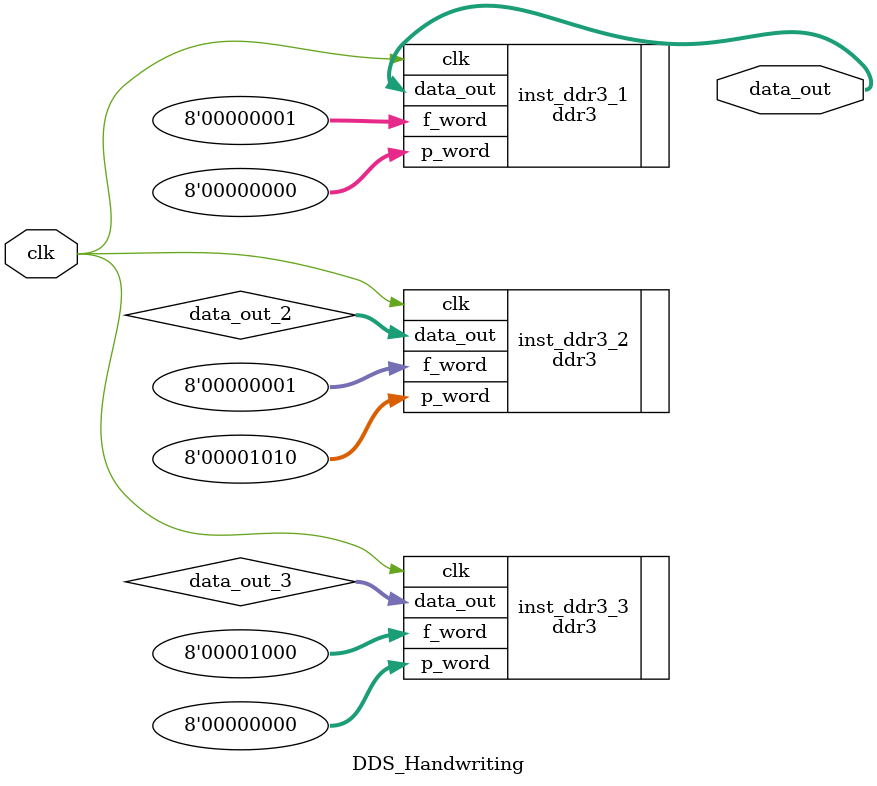
<source format=v>
module DDS_Handwriting (
	input clk,    // Clock
	output [7:0] data_out
);

	wire [7:0] data_out_2;
	wire [7:0] data_out_3;

	ddr3 inst_ddr3_1 (
		.clk(clk),    // Clock
		.f_word(8'd1),
		.p_word(8'd0),
		.data_out(data_out)
	);

	ddr3 inst_ddr3_2 (
		.clk(clk),    // Clock
		.f_word(8'd1),
		.p_word(8'd10),
		.data_out(data_out_2)
	);

	ddr3 inst_ddr3_3 (
		.clk(clk),    // Clock
		.f_word(8'd8),
		.p_word(8'd0),
		.data_out(data_out_3)
	);


endmodule
</source>
